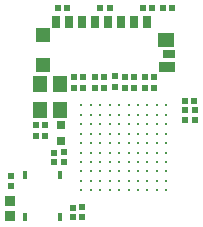
<source format=gtp>
G04 Layer_Color=7318015*
%FSLAX25Y25*%
%MOIN*%
G70*
G01*
G75*
%ADD11R,0.01378X0.03150*%
%ADD12C,0.01181*%
%ADD13R,0.05512X0.03543*%
%ADD14R,0.03937X0.02756*%
%ADD15R,0.05709X0.04724*%
%ADD16R,0.04528X0.04724*%
%ADD17R,0.02756X0.03937*%
%ADD18R,0.02205X0.02047*%
%ADD19R,0.04724X0.05512*%
%ADD20R,0.03543X0.03347*%
%ADD21R,0.02047X0.02205*%
%ADD22R,0.02756X0.02756*%
%ADD23R,0.02165X0.02165*%
D11*
X100000Y108858D02*
D03*
X111811Y108957D02*
D03*
X100000Y94980D02*
D03*
X111811D02*
D03*
D12*
X147173Y103827D02*
D03*
Y106976D02*
D03*
Y110126D02*
D03*
Y113276D02*
D03*
Y116425D02*
D03*
Y119575D02*
D03*
Y122724D02*
D03*
Y125874D02*
D03*
Y129024D02*
D03*
Y132173D02*
D03*
X144024Y103827D02*
D03*
Y106976D02*
D03*
Y110126D02*
D03*
Y113276D02*
D03*
Y116425D02*
D03*
Y119575D02*
D03*
Y122724D02*
D03*
Y125874D02*
D03*
Y129024D02*
D03*
Y132173D02*
D03*
X140874Y103827D02*
D03*
Y106976D02*
D03*
Y110126D02*
D03*
Y113276D02*
D03*
Y116425D02*
D03*
Y119575D02*
D03*
Y122724D02*
D03*
Y125874D02*
D03*
Y129024D02*
D03*
Y132173D02*
D03*
X137724Y103827D02*
D03*
Y106976D02*
D03*
Y110126D02*
D03*
Y113276D02*
D03*
Y116425D02*
D03*
Y119575D02*
D03*
Y122724D02*
D03*
Y125874D02*
D03*
Y129024D02*
D03*
Y132173D02*
D03*
X134575Y103827D02*
D03*
Y106976D02*
D03*
Y110126D02*
D03*
Y113276D02*
D03*
Y116425D02*
D03*
Y119575D02*
D03*
Y122724D02*
D03*
Y125874D02*
D03*
Y129024D02*
D03*
Y132173D02*
D03*
X131425Y103827D02*
D03*
Y106976D02*
D03*
Y110126D02*
D03*
Y113276D02*
D03*
Y116425D02*
D03*
Y119575D02*
D03*
Y122724D02*
D03*
Y125874D02*
D03*
Y129024D02*
D03*
Y132173D02*
D03*
X128276Y103827D02*
D03*
Y106976D02*
D03*
Y110126D02*
D03*
Y113276D02*
D03*
Y116425D02*
D03*
Y119575D02*
D03*
Y122724D02*
D03*
Y125874D02*
D03*
Y129024D02*
D03*
Y132173D02*
D03*
X125126Y103827D02*
D03*
Y106976D02*
D03*
Y110126D02*
D03*
Y113276D02*
D03*
Y116425D02*
D03*
Y119575D02*
D03*
Y122724D02*
D03*
Y125874D02*
D03*
Y129024D02*
D03*
Y132173D02*
D03*
X121976Y103827D02*
D03*
Y106976D02*
D03*
Y110126D02*
D03*
Y113276D02*
D03*
Y116425D02*
D03*
Y119575D02*
D03*
Y122724D02*
D03*
Y125874D02*
D03*
Y129024D02*
D03*
Y132173D02*
D03*
X118827Y103827D02*
D03*
Y106976D02*
D03*
Y110126D02*
D03*
Y113276D02*
D03*
Y116425D02*
D03*
Y119575D02*
D03*
Y122724D02*
D03*
Y125874D02*
D03*
Y129024D02*
D03*
Y132173D02*
D03*
D13*
X147244Y144882D02*
D03*
D14*
X148031Y149409D02*
D03*
D15*
X147146Y153937D02*
D03*
D16*
X106201Y145590D02*
D03*
Y155669D02*
D03*
D17*
X140748Y159803D02*
D03*
X136417D02*
D03*
X132087D02*
D03*
X127756D02*
D03*
X110433D02*
D03*
X114764D02*
D03*
X119094D02*
D03*
X123425D02*
D03*
D18*
X114035Y164500D02*
D03*
X110965D02*
D03*
X143035Y141500D02*
D03*
X139964D02*
D03*
X133465Y138000D02*
D03*
X136535D02*
D03*
Y141500D02*
D03*
X133465D02*
D03*
X139964Y138000D02*
D03*
X143035D02*
D03*
X116464Y141500D02*
D03*
X119535D02*
D03*
X103665Y122000D02*
D03*
X106735D02*
D03*
X156535Y133600D02*
D03*
X153464D02*
D03*
X123465Y141500D02*
D03*
X126535D02*
D03*
Y138000D02*
D03*
X123465D02*
D03*
X119535D02*
D03*
X116464D02*
D03*
X106735Y125500D02*
D03*
X103665D02*
D03*
X139464Y164500D02*
D03*
X142535D02*
D03*
X149035D02*
D03*
X145965D02*
D03*
X128235D02*
D03*
X125164D02*
D03*
D19*
X104954Y139331D02*
D03*
Y130669D02*
D03*
X111646Y139331D02*
D03*
Y130669D02*
D03*
D20*
X95100Y95141D02*
D03*
Y100259D02*
D03*
D21*
X156800Y130435D02*
D03*
Y127365D02*
D03*
X153500D02*
D03*
Y130435D02*
D03*
X119200Y95065D02*
D03*
Y98135D02*
D03*
X112900Y113365D02*
D03*
Y116435D02*
D03*
X109700Y113265D02*
D03*
Y116335D02*
D03*
X115900Y94964D02*
D03*
Y98035D02*
D03*
D22*
X112000Y125756D02*
D03*
Y120244D02*
D03*
D23*
X130000Y141772D02*
D03*
Y138228D02*
D03*
X95300Y108672D02*
D03*
Y105128D02*
D03*
M02*

</source>
